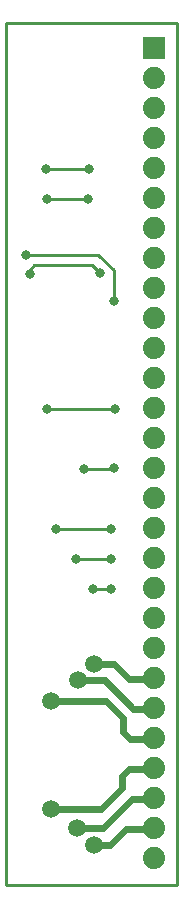
<source format=gbl>
G75*
G70*
%OFA0B0*%
%FSLAX24Y24*%
%IPPOS*%
%LPD*%
%AMOC8*
5,1,8,0,0,1.08239X$1,22.5*
%
%ADD10C,0.0100*%
%ADD11R,0.0740X0.0740*%
%ADD12C,0.0740*%
%ADD13C,0.0317*%
%ADD14C,0.0591*%
%ADD15C,0.0236*%
D10*
X000151Y000151D02*
X000151Y028891D01*
X005860Y028891D01*
X005860Y000151D01*
X000151Y000151D01*
X002478Y011025D02*
X003659Y011025D01*
X003659Y010017D02*
X003069Y010017D01*
X003659Y012021D02*
X001820Y012021D01*
X001521Y016021D02*
X003797Y016021D01*
X003765Y014033D02*
X003757Y014025D01*
X002750Y014025D01*
X003742Y019616D02*
X003742Y020651D01*
X003234Y021159D01*
X000813Y021159D01*
X001096Y020813D02*
X000939Y020655D01*
X000939Y020498D01*
X001096Y020813D02*
X003021Y020813D01*
X003277Y020557D01*
X002895Y023021D02*
X001525Y023021D01*
X001490Y024009D02*
X002907Y024009D01*
D11*
X005104Y028041D03*
D12*
X005104Y027041D03*
X005104Y026041D03*
X005104Y025041D03*
X005104Y024041D03*
X005104Y023041D03*
X005104Y022041D03*
X005104Y021041D03*
X005104Y020041D03*
X005104Y019041D03*
X005104Y018041D03*
X005104Y017041D03*
X005104Y016041D03*
X005104Y015041D03*
X005104Y014041D03*
X005104Y013041D03*
X005104Y012041D03*
X005104Y011041D03*
X005104Y010041D03*
X005104Y009041D03*
X005104Y008041D03*
X005104Y007041D03*
X005104Y006041D03*
X005104Y005041D03*
X005104Y004041D03*
X005104Y003041D03*
X005104Y002041D03*
X005104Y001041D03*
D13*
X003659Y010017D03*
X003659Y011025D03*
X003659Y012021D03*
X003765Y014033D03*
X003797Y016021D03*
X003742Y019616D03*
X003277Y020557D03*
X002895Y023021D03*
X002907Y024009D03*
X001525Y023021D03*
X001490Y024009D03*
X000813Y021159D03*
X000939Y020498D03*
X001521Y016021D03*
X001820Y012021D03*
X002478Y011025D03*
X003069Y010017D03*
X002750Y014025D03*
D14*
X003092Y007509D03*
X002572Y006970D03*
X001667Y006289D03*
X001659Y002671D03*
X002525Y002041D03*
X003076Y001490D03*
D15*
X003628Y001490D01*
X004159Y002021D01*
X005104Y002021D01*
X005104Y002041D01*
X005104Y003021D02*
X005104Y003041D01*
X005104Y003021D02*
X004372Y003021D01*
X003391Y002041D01*
X002525Y002041D01*
X003313Y002671D02*
X001659Y002671D01*
X001667Y006289D02*
X003474Y006289D01*
X004053Y005710D01*
X004053Y005238D01*
X004273Y005017D01*
X005104Y005017D01*
X005104Y005041D01*
X005104Y006025D02*
X005104Y006041D01*
X005104Y006025D02*
X004399Y006025D01*
X003454Y006970D01*
X002572Y006970D01*
X003092Y007509D02*
X003765Y007509D01*
X004257Y007017D01*
X005104Y007017D01*
X005104Y007041D01*
X005104Y004041D02*
X005104Y004021D01*
X004269Y004021D01*
X004021Y003773D01*
X004021Y003380D01*
X003313Y002671D01*
M02*

</source>
